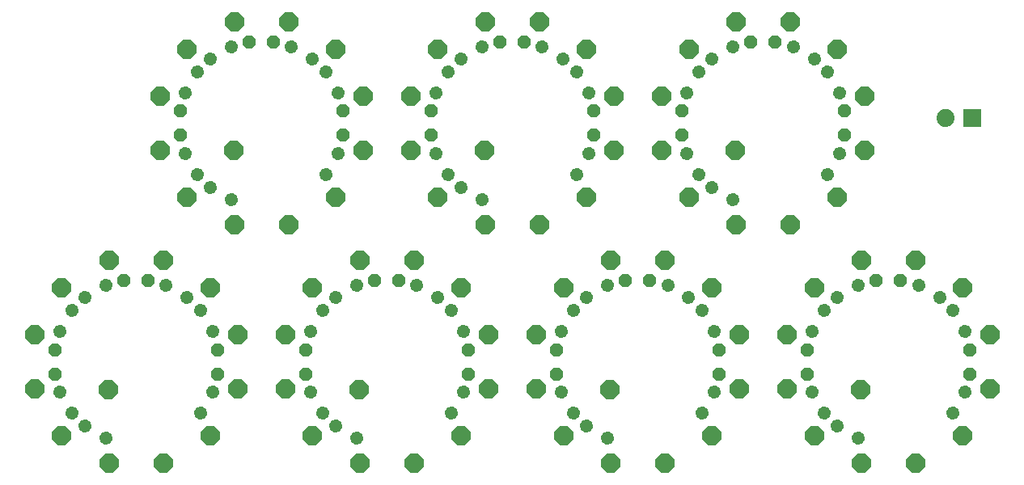
<source format=gbr>
G04 EAGLE Gerber RS-274X export*
G75*
%MOMM*%
%FSLAX34Y34*%
%LPD*%
%INTop Copper*%
%IPPOS*%
%AMOC8*
5,1,8,0,0,1.08239X$1,22.5*%
G01*
%ADD10P,2.144431X8X22.500000*%
%ADD11P,1.429621X8X172.500000*%
%ADD12P,1.429621X8X142.500000*%
%ADD13P,1.429621X8X112.500000*%
%ADD14P,1.429621X8X82.500000*%
%ADD15P,1.429621X8X52.500000*%
%ADD16P,1.429621X8X22.500000*%
%ADD17P,1.429621X8X352.500000*%
%ADD18P,1.429621X8X322.500000*%
%ADD19P,1.429621X8X292.500000*%
%ADD20P,1.429621X8X262.500000*%
%ADD21R,1.879600X1.879600*%
%ADD22C,1.879600*%


D10*
X890048Y231298D03*
X841026Y182276D03*
X890302Y153828D03*
X947198Y153828D03*
X996474Y182276D03*
X1024922Y231552D03*
X1024922Y288448D03*
X996474Y337724D03*
X947198Y366172D03*
X890302Y366172D03*
X841026Y337724D03*
X812578Y288448D03*
X812578Y231552D03*
X627548Y231298D03*
X578526Y182276D03*
X627802Y153828D03*
X684698Y153828D03*
X733974Y182276D03*
X762422Y231552D03*
X762422Y288448D03*
X733974Y337724D03*
X684698Y366172D03*
X627802Y366172D03*
X578526Y337724D03*
X550078Y288448D03*
X550078Y231552D03*
X365048Y231298D03*
X316026Y182276D03*
X365302Y153828D03*
X422198Y153828D03*
X471474Y182276D03*
X499922Y231552D03*
X499922Y288448D03*
X471474Y337724D03*
X422198Y366172D03*
X365302Y366172D03*
X316026Y337724D03*
X287578Y288448D03*
X287578Y231552D03*
X102548Y231298D03*
X53526Y182276D03*
X102802Y153828D03*
X159698Y153828D03*
X208974Y182276D03*
X237422Y231552D03*
X237422Y288448D03*
X208974Y337724D03*
X159698Y366172D03*
X102802Y366172D03*
X53526Y337724D03*
X25078Y288448D03*
X25078Y231552D03*
X233798Y481298D03*
X184776Y432276D03*
X234052Y403828D03*
X290948Y403828D03*
X340224Y432276D03*
X368672Y481552D03*
X368672Y538448D03*
X340224Y587724D03*
X290948Y616172D03*
X234052Y616172D03*
X184776Y587724D03*
X156328Y538448D03*
X156328Y481552D03*
X496298Y481298D03*
X447276Y432276D03*
X496552Y403828D03*
X553448Y403828D03*
X602724Y432276D03*
X631172Y481552D03*
X631172Y538448D03*
X602724Y587724D03*
X553448Y616172D03*
X496552Y616172D03*
X447276Y587724D03*
X418828Y538448D03*
X418828Y481552D03*
X758798Y481298D03*
X709776Y432276D03*
X759052Y403828D03*
X815948Y403828D03*
X865224Y432276D03*
X893672Y481552D03*
X893672Y538448D03*
X865224Y587724D03*
X815948Y616172D03*
X759052Y616172D03*
X709776Y587724D03*
X681328Y538448D03*
X681328Y481552D03*
D11*
X887249Y180038D03*
X865252Y192738D03*
D12*
X851488Y206501D03*
X838788Y228499D03*
D13*
X833750Y247300D03*
X833750Y272700D03*
D14*
X838788Y291501D03*
X851488Y313499D03*
D15*
X865252Y327262D03*
X887249Y339962D03*
D16*
X906050Y345000D03*
X931450Y345000D03*
D17*
X950252Y339962D03*
X972249Y327262D03*
D18*
X986012Y313499D03*
X998712Y291501D03*
D19*
X1003750Y272700D03*
X1003750Y247300D03*
D20*
X998712Y228499D03*
X986012Y206501D03*
D11*
X624749Y180038D03*
X602752Y192738D03*
D12*
X588988Y206501D03*
X576288Y228499D03*
D13*
X571250Y247300D03*
X571250Y272700D03*
D14*
X576288Y291501D03*
X588988Y313499D03*
D15*
X602752Y327262D03*
X624749Y339962D03*
D16*
X643550Y345000D03*
X668950Y345000D03*
D17*
X687752Y339962D03*
X709749Y327262D03*
D18*
X723512Y313499D03*
X736212Y291501D03*
D19*
X741250Y272700D03*
X741250Y247300D03*
D20*
X736212Y228499D03*
X723512Y206501D03*
D11*
X362249Y180038D03*
X340252Y192738D03*
D12*
X326488Y206501D03*
X313788Y228499D03*
D13*
X308750Y247300D03*
X308750Y272700D03*
D14*
X313788Y291501D03*
X326488Y313499D03*
D15*
X340252Y327262D03*
X362249Y339962D03*
D16*
X381050Y345000D03*
X406450Y345000D03*
D17*
X425252Y339962D03*
X447249Y327262D03*
D18*
X461012Y313499D03*
X473712Y291501D03*
D19*
X478750Y272700D03*
X478750Y247300D03*
D20*
X473712Y228499D03*
X461012Y206501D03*
D11*
X99749Y180038D03*
X77752Y192738D03*
D12*
X63988Y206501D03*
X51288Y228499D03*
D13*
X46250Y247300D03*
X46250Y272700D03*
D14*
X51288Y291501D03*
X63988Y313499D03*
D15*
X77752Y327262D03*
X99749Y339962D03*
D16*
X118550Y345000D03*
X143950Y345000D03*
D17*
X162752Y339962D03*
X184749Y327262D03*
D18*
X198512Y313499D03*
X211212Y291501D03*
D19*
X216250Y272700D03*
X216250Y247300D03*
D20*
X211212Y228499D03*
X198512Y206501D03*
D11*
X755999Y430038D03*
X734002Y442738D03*
D12*
X720238Y456501D03*
X707538Y478499D03*
D13*
X702500Y497300D03*
X702500Y522700D03*
D14*
X707538Y541501D03*
X720238Y563499D03*
D15*
X734002Y577262D03*
X755999Y589962D03*
D16*
X774800Y595000D03*
X800200Y595000D03*
D17*
X819002Y589962D03*
X840999Y577262D03*
D18*
X854762Y563499D03*
X867462Y541501D03*
D19*
X872500Y522700D03*
X872500Y497300D03*
D20*
X867462Y478499D03*
X854762Y456501D03*
D11*
X493499Y430038D03*
X471502Y442738D03*
D12*
X457738Y456501D03*
X445038Y478499D03*
D13*
X440000Y497300D03*
X440000Y522700D03*
D14*
X445038Y541501D03*
X457738Y563499D03*
D15*
X471502Y577262D03*
X493499Y589962D03*
D16*
X512300Y595000D03*
X537700Y595000D03*
D17*
X556502Y589962D03*
X578499Y577262D03*
D18*
X592262Y563499D03*
X604962Y541501D03*
D19*
X610000Y522700D03*
X610000Y497300D03*
D20*
X604962Y478499D03*
X592262Y456501D03*
D11*
X230999Y430038D03*
X209002Y442738D03*
D12*
X195238Y456501D03*
X182538Y478499D03*
D13*
X177500Y497300D03*
X177500Y522700D03*
D14*
X182538Y541501D03*
X195238Y563499D03*
D15*
X209002Y577262D03*
X230999Y589962D03*
D16*
X249800Y595000D03*
X275200Y595000D03*
D17*
X294002Y589962D03*
X315999Y577262D03*
D18*
X329762Y563499D03*
X342462Y541501D03*
D19*
X347500Y522700D03*
X347500Y497300D03*
D20*
X342462Y478499D03*
X329762Y456501D03*
D21*
X1006270Y515000D03*
D22*
X978330Y515000D03*
M02*

</source>
